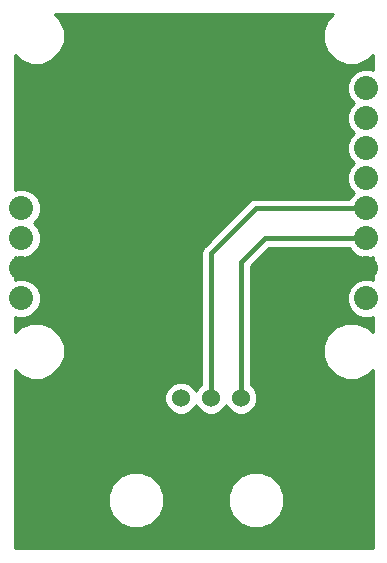
<source format=gbr>
G04 #@! TF.GenerationSoftware,KiCad,Pcbnew,(5.0.2)-1*
G04 #@! TF.CreationDate,2019-03-03T18:02:14-06:00*
G04 #@! TF.ProjectId,IMUBreakout_Hardware,494d5542-7265-4616-9b6f-75745f486172,rev?*
G04 #@! TF.SameCoordinates,Original*
G04 #@! TF.FileFunction,Copper,L2,Bot*
G04 #@! TF.FilePolarity,Positive*
%FSLAX46Y46*%
G04 Gerber Fmt 4.6, Leading zero omitted, Abs format (unit mm)*
G04 Created by KiCad (PCBNEW (5.0.2)-1) date 3/3/2019 6:02:14 PM*
%MOMM*%
%LPD*%
G01*
G04 APERTURE LIST*
G04 #@! TA.AperFunction,ComponentPad*
%ADD10C,2.032000*%
G04 #@! TD*
G04 #@! TA.AperFunction,ComponentPad*
%ADD11C,1.524000*%
G04 #@! TD*
G04 #@! TA.AperFunction,ViaPad*
%ADD12C,0.800000*%
G04 #@! TD*
G04 #@! TA.AperFunction,Conductor*
%ADD13C,0.381000*%
G04 #@! TD*
G04 #@! TA.AperFunction,Conductor*
%ADD14C,0.254000*%
G04 #@! TD*
G04 APERTURE END LIST*
D10*
G04 #@! TO.P,U1,12*
G04 #@! TO.N,Net-(U1-Pad12)*
X176017999Y-69036001D03*
G04 #@! TO.P,U1,11*
G04 #@! TO.N,Net-(U1-Pad11)*
X176017999Y-71576001D03*
G04 #@! TO.P,U1,10*
G04 #@! TO.N,Net-(U1-Pad10)*
X176017999Y-74116001D03*
G04 #@! TO.P,U1,9*
G04 #@! TO.N,Net-(U1-Pad9)*
X176017999Y-76656001D03*
G04 #@! TO.P,U1,8*
G04 #@! TO.N,TX*
X176017999Y-79196001D03*
G04 #@! TO.P,U1,7*
G04 #@! TO.N,RX*
X176017999Y-81736001D03*
G04 #@! TO.P,U1,6*
G04 #@! TO.N,+3V3*
X176017999Y-84276001D03*
G04 #@! TO.P,U1,5*
G04 #@! TO.N,GND*
X176017999Y-86816001D03*
G04 #@! TO.P,U1,4*
G04 #@! TO.N,Net-(U1-Pad4)*
X146808000Y-79196001D03*
G04 #@! TO.P,U1,3*
G04 #@! TO.N,Net-(U1-Pad3)*
X146808000Y-81736001D03*
G04 #@! TO.P,U1,2*
G04 #@! TO.N,+3V3*
X146808000Y-84276001D03*
G04 #@! TO.P,U1,1*
G04 #@! TO.N,GND*
X146808000Y-86816001D03*
G04 #@! TD*
D11*
G04 #@! TO.P,Conn1,1*
G04 #@! TO.N,RX*
X165404800Y-95250000D03*
G04 #@! TO.P,Conn1,2*
G04 #@! TO.N,TX*
X162864800Y-95250000D03*
G04 #@! TO.P,Conn1,3*
G04 #@! TO.N,GND*
X160324800Y-95250000D03*
G04 #@! TO.P,Conn1,4*
G04 #@! TO.N,+3V3*
X157784800Y-95250000D03*
G04 #@! TD*
D12*
G04 #@! TO.N,+3V3*
X168811804Y-101090688D03*
G04 #@! TD*
D13*
G04 #@! TO.N,TX*
X162864800Y-83007200D02*
X162864800Y-95250000D01*
X176017999Y-79196001D02*
X166675999Y-79196001D01*
X166675999Y-79196001D02*
X162864800Y-83007200D01*
G04 #@! TO.N,RX*
X176017999Y-81736001D02*
X167437999Y-81736001D01*
X165404800Y-83769200D02*
X165404800Y-95250000D01*
X167437999Y-81736001D02*
X165404800Y-83769200D01*
G04 #@! TD*
D14*
G04 #@! TO.N,+3V3*
G36*
X172702358Y-63229147D02*
X172335000Y-64116026D01*
X172335000Y-65075976D01*
X172702358Y-65962855D01*
X173381146Y-66641643D01*
X174268025Y-67009001D01*
X175227975Y-67009001D01*
X176114854Y-66641643D01*
X176581046Y-66175451D01*
X176580294Y-67481882D01*
X176346403Y-67385001D01*
X175689595Y-67385001D01*
X175082783Y-67636351D01*
X174618349Y-68100785D01*
X174366999Y-68707597D01*
X174366999Y-69364405D01*
X174618349Y-69971217D01*
X174953133Y-70306001D01*
X174618349Y-70640785D01*
X174366999Y-71247597D01*
X174366999Y-71904405D01*
X174618349Y-72511217D01*
X174953133Y-72846001D01*
X174618349Y-73180785D01*
X174366999Y-73787597D01*
X174366999Y-74444405D01*
X174618349Y-75051217D01*
X174953133Y-75386001D01*
X174618349Y-75720785D01*
X174366999Y-76327597D01*
X174366999Y-76984405D01*
X174618349Y-77591217D01*
X174953133Y-77926001D01*
X174618349Y-78260785D01*
X174572903Y-78370501D01*
X166757296Y-78370501D01*
X166675998Y-78354330D01*
X166594700Y-78370501D01*
X166594696Y-78370501D01*
X166353905Y-78418397D01*
X166080847Y-78600849D01*
X166034792Y-78669775D01*
X162338577Y-82365991D01*
X162269648Y-82412048D01*
X162087196Y-82685107D01*
X162039300Y-82925897D01*
X162023128Y-83007200D01*
X162039300Y-83088502D01*
X162039301Y-94099842D01*
X161680480Y-94458663D01*
X161594800Y-94665513D01*
X161509120Y-94458663D01*
X161116137Y-94065680D01*
X160602681Y-93853000D01*
X160046919Y-93853000D01*
X159533463Y-94065680D01*
X159140480Y-94458663D01*
X158927800Y-94972119D01*
X158927800Y-95527881D01*
X159140480Y-96041337D01*
X159533463Y-96434320D01*
X160046919Y-96647000D01*
X160602681Y-96647000D01*
X161116137Y-96434320D01*
X161509120Y-96041337D01*
X161594800Y-95834487D01*
X161680480Y-96041337D01*
X162073463Y-96434320D01*
X162586919Y-96647000D01*
X163142681Y-96647000D01*
X163656137Y-96434320D01*
X164049120Y-96041337D01*
X164134800Y-95834487D01*
X164220480Y-96041337D01*
X164613463Y-96434320D01*
X165126919Y-96647000D01*
X165682681Y-96647000D01*
X166196137Y-96434320D01*
X166589120Y-96041337D01*
X166801800Y-95527881D01*
X166801800Y-94972119D01*
X166589120Y-94458663D01*
X166230300Y-94099843D01*
X166230300Y-84111132D01*
X167779932Y-82561501D01*
X174572903Y-82561501D01*
X174618349Y-82671217D01*
X175082783Y-83135651D01*
X175689595Y-83387001D01*
X176346403Y-83387001D01*
X176571196Y-83293889D01*
X176570066Y-85257645D01*
X176346403Y-85165001D01*
X175689595Y-85165001D01*
X175082783Y-85416351D01*
X174618349Y-85880785D01*
X174366999Y-86487597D01*
X174366999Y-87144405D01*
X174618349Y-87751217D01*
X175082783Y-88215651D01*
X175689595Y-88467001D01*
X176346403Y-88467001D01*
X176568272Y-88375100D01*
X176567526Y-89673031D01*
X176114854Y-89220359D01*
X175227975Y-88853001D01*
X174268025Y-88853001D01*
X173381146Y-89220359D01*
X172702358Y-89899147D01*
X172335000Y-90786026D01*
X172335000Y-91745976D01*
X172702358Y-92632855D01*
X173381146Y-93311643D01*
X174268025Y-93679001D01*
X175227975Y-93679001D01*
X176114854Y-93311643D01*
X176565691Y-92860806D01*
X176557009Y-107951200D01*
X146276992Y-107951200D01*
X146274385Y-103416567D01*
X154154800Y-103416567D01*
X154154800Y-104355433D01*
X154514089Y-105222833D01*
X155177967Y-105886711D01*
X156045367Y-106246000D01*
X156984233Y-106246000D01*
X157851633Y-105886711D01*
X158515511Y-105222833D01*
X158874800Y-104355433D01*
X158874800Y-103416567D01*
X164314800Y-103416567D01*
X164314800Y-104355433D01*
X164674089Y-105222833D01*
X165337967Y-105886711D01*
X166205367Y-106246000D01*
X167144233Y-106246000D01*
X168011633Y-105886711D01*
X168675511Y-105222833D01*
X169034800Y-104355433D01*
X169034800Y-103416567D01*
X168675511Y-102549167D01*
X168011633Y-101885289D01*
X167144233Y-101526000D01*
X166205367Y-101526000D01*
X165337967Y-101885289D01*
X164674089Y-102549167D01*
X164314800Y-103416567D01*
X158874800Y-103416567D01*
X158515511Y-102549167D01*
X157851633Y-101885289D01*
X156984233Y-101526000D01*
X156045367Y-101526000D01*
X155177967Y-101885289D01*
X154514089Y-102549167D01*
X154154800Y-103416567D01*
X146274385Y-103416567D01*
X146268319Y-92868816D01*
X146711146Y-93311643D01*
X147598025Y-93679001D01*
X148557975Y-93679001D01*
X149444854Y-93311643D01*
X150123642Y-92632855D01*
X150491000Y-91745976D01*
X150491000Y-90786026D01*
X150123642Y-89899147D01*
X149444854Y-89220359D01*
X148557975Y-88853001D01*
X147598025Y-88853001D01*
X146711146Y-89220359D01*
X146266476Y-89665029D01*
X146265736Y-88378417D01*
X146479596Y-88467001D01*
X147136404Y-88467001D01*
X147743216Y-88215651D01*
X148207650Y-87751217D01*
X148459000Y-87144405D01*
X148459000Y-86487597D01*
X148207650Y-85880785D01*
X147743216Y-85416351D01*
X147136404Y-85165001D01*
X146479596Y-85165001D01*
X146263940Y-85254329D01*
X146262814Y-83297207D01*
X146479596Y-83387001D01*
X147136404Y-83387001D01*
X147743216Y-83135651D01*
X148207650Y-82671217D01*
X148459000Y-82064405D01*
X148459000Y-81407597D01*
X148207650Y-80800785D01*
X147872866Y-80466001D01*
X148207650Y-80131217D01*
X148459000Y-79524405D01*
X148459000Y-78867597D01*
X148207650Y-78260785D01*
X147743216Y-77796351D01*
X147136404Y-77545001D01*
X146479596Y-77545001D01*
X146259559Y-77636143D01*
X146252973Y-66183470D01*
X146711146Y-66641643D01*
X147598025Y-67009001D01*
X148557975Y-67009001D01*
X149444854Y-66641643D01*
X150123642Y-65962855D01*
X150491000Y-65075976D01*
X150491000Y-64116026D01*
X150123642Y-63229147D01*
X149656695Y-62762200D01*
X173169305Y-62762200D01*
X172702358Y-63229147D01*
X172702358Y-63229147D01*
G37*
X172702358Y-63229147D02*
X172335000Y-64116026D01*
X172335000Y-65075976D01*
X172702358Y-65962855D01*
X173381146Y-66641643D01*
X174268025Y-67009001D01*
X175227975Y-67009001D01*
X176114854Y-66641643D01*
X176581046Y-66175451D01*
X176580294Y-67481882D01*
X176346403Y-67385001D01*
X175689595Y-67385001D01*
X175082783Y-67636351D01*
X174618349Y-68100785D01*
X174366999Y-68707597D01*
X174366999Y-69364405D01*
X174618349Y-69971217D01*
X174953133Y-70306001D01*
X174618349Y-70640785D01*
X174366999Y-71247597D01*
X174366999Y-71904405D01*
X174618349Y-72511217D01*
X174953133Y-72846001D01*
X174618349Y-73180785D01*
X174366999Y-73787597D01*
X174366999Y-74444405D01*
X174618349Y-75051217D01*
X174953133Y-75386001D01*
X174618349Y-75720785D01*
X174366999Y-76327597D01*
X174366999Y-76984405D01*
X174618349Y-77591217D01*
X174953133Y-77926001D01*
X174618349Y-78260785D01*
X174572903Y-78370501D01*
X166757296Y-78370501D01*
X166675998Y-78354330D01*
X166594700Y-78370501D01*
X166594696Y-78370501D01*
X166353905Y-78418397D01*
X166080847Y-78600849D01*
X166034792Y-78669775D01*
X162338577Y-82365991D01*
X162269648Y-82412048D01*
X162087196Y-82685107D01*
X162039300Y-82925897D01*
X162023128Y-83007200D01*
X162039300Y-83088502D01*
X162039301Y-94099842D01*
X161680480Y-94458663D01*
X161594800Y-94665513D01*
X161509120Y-94458663D01*
X161116137Y-94065680D01*
X160602681Y-93853000D01*
X160046919Y-93853000D01*
X159533463Y-94065680D01*
X159140480Y-94458663D01*
X158927800Y-94972119D01*
X158927800Y-95527881D01*
X159140480Y-96041337D01*
X159533463Y-96434320D01*
X160046919Y-96647000D01*
X160602681Y-96647000D01*
X161116137Y-96434320D01*
X161509120Y-96041337D01*
X161594800Y-95834487D01*
X161680480Y-96041337D01*
X162073463Y-96434320D01*
X162586919Y-96647000D01*
X163142681Y-96647000D01*
X163656137Y-96434320D01*
X164049120Y-96041337D01*
X164134800Y-95834487D01*
X164220480Y-96041337D01*
X164613463Y-96434320D01*
X165126919Y-96647000D01*
X165682681Y-96647000D01*
X166196137Y-96434320D01*
X166589120Y-96041337D01*
X166801800Y-95527881D01*
X166801800Y-94972119D01*
X166589120Y-94458663D01*
X166230300Y-94099843D01*
X166230300Y-84111132D01*
X167779932Y-82561501D01*
X174572903Y-82561501D01*
X174618349Y-82671217D01*
X175082783Y-83135651D01*
X175689595Y-83387001D01*
X176346403Y-83387001D01*
X176571196Y-83293889D01*
X176570066Y-85257645D01*
X176346403Y-85165001D01*
X175689595Y-85165001D01*
X175082783Y-85416351D01*
X174618349Y-85880785D01*
X174366999Y-86487597D01*
X174366999Y-87144405D01*
X174618349Y-87751217D01*
X175082783Y-88215651D01*
X175689595Y-88467001D01*
X176346403Y-88467001D01*
X176568272Y-88375100D01*
X176567526Y-89673031D01*
X176114854Y-89220359D01*
X175227975Y-88853001D01*
X174268025Y-88853001D01*
X173381146Y-89220359D01*
X172702358Y-89899147D01*
X172335000Y-90786026D01*
X172335000Y-91745976D01*
X172702358Y-92632855D01*
X173381146Y-93311643D01*
X174268025Y-93679001D01*
X175227975Y-93679001D01*
X176114854Y-93311643D01*
X176565691Y-92860806D01*
X176557009Y-107951200D01*
X146276992Y-107951200D01*
X146274385Y-103416567D01*
X154154800Y-103416567D01*
X154154800Y-104355433D01*
X154514089Y-105222833D01*
X155177967Y-105886711D01*
X156045367Y-106246000D01*
X156984233Y-106246000D01*
X157851633Y-105886711D01*
X158515511Y-105222833D01*
X158874800Y-104355433D01*
X158874800Y-103416567D01*
X164314800Y-103416567D01*
X164314800Y-104355433D01*
X164674089Y-105222833D01*
X165337967Y-105886711D01*
X166205367Y-106246000D01*
X167144233Y-106246000D01*
X168011633Y-105886711D01*
X168675511Y-105222833D01*
X169034800Y-104355433D01*
X169034800Y-103416567D01*
X168675511Y-102549167D01*
X168011633Y-101885289D01*
X167144233Y-101526000D01*
X166205367Y-101526000D01*
X165337967Y-101885289D01*
X164674089Y-102549167D01*
X164314800Y-103416567D01*
X158874800Y-103416567D01*
X158515511Y-102549167D01*
X157851633Y-101885289D01*
X156984233Y-101526000D01*
X156045367Y-101526000D01*
X155177967Y-101885289D01*
X154514089Y-102549167D01*
X154154800Y-103416567D01*
X146274385Y-103416567D01*
X146268319Y-92868816D01*
X146711146Y-93311643D01*
X147598025Y-93679001D01*
X148557975Y-93679001D01*
X149444854Y-93311643D01*
X150123642Y-92632855D01*
X150491000Y-91745976D01*
X150491000Y-90786026D01*
X150123642Y-89899147D01*
X149444854Y-89220359D01*
X148557975Y-88853001D01*
X147598025Y-88853001D01*
X146711146Y-89220359D01*
X146266476Y-89665029D01*
X146265736Y-88378417D01*
X146479596Y-88467001D01*
X147136404Y-88467001D01*
X147743216Y-88215651D01*
X148207650Y-87751217D01*
X148459000Y-87144405D01*
X148459000Y-86487597D01*
X148207650Y-85880785D01*
X147743216Y-85416351D01*
X147136404Y-85165001D01*
X146479596Y-85165001D01*
X146263940Y-85254329D01*
X146262814Y-83297207D01*
X146479596Y-83387001D01*
X147136404Y-83387001D01*
X147743216Y-83135651D01*
X148207650Y-82671217D01*
X148459000Y-82064405D01*
X148459000Y-81407597D01*
X148207650Y-80800785D01*
X147872866Y-80466001D01*
X148207650Y-80131217D01*
X148459000Y-79524405D01*
X148459000Y-78867597D01*
X148207650Y-78260785D01*
X147743216Y-77796351D01*
X147136404Y-77545001D01*
X146479596Y-77545001D01*
X146259559Y-77636143D01*
X146252973Y-66183470D01*
X146711146Y-66641643D01*
X147598025Y-67009001D01*
X148557975Y-67009001D01*
X149444854Y-66641643D01*
X150123642Y-65962855D01*
X150491000Y-65075976D01*
X150491000Y-64116026D01*
X150123642Y-63229147D01*
X149656695Y-62762200D01*
X173169305Y-62762200D01*
X172702358Y-63229147D01*
G04 #@! TD*
M02*

</source>
